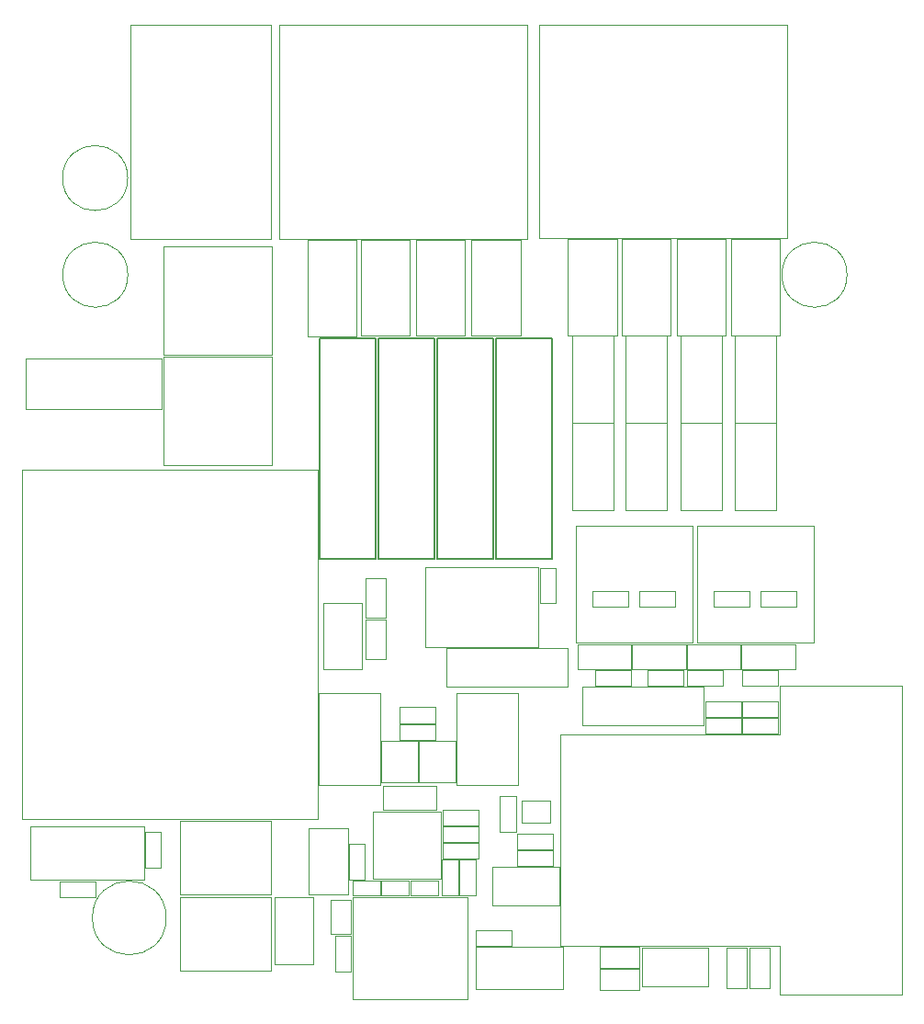
<source format=gbr>
G04 #@! TF.GenerationSoftware,KiCad,Pcbnew,(6.0.4)*
G04 #@! TF.CreationDate,2022-06-04T02:19:53+02:00*
G04 #@! TF.ProjectId,hamodule,68616d6f-6475-46c6-952e-6b696361645f,rev?*
G04 #@! TF.SameCoordinates,Original*
G04 #@! TF.FileFunction,Other,User*
%FSLAX46Y46*%
G04 Gerber Fmt 4.6, Leading zero omitted, Abs format (unit mm)*
G04 Created by KiCad (PCBNEW (6.0.4)) date 2022-06-04 02:19:53*
%MOMM*%
%LPD*%
G01*
G04 APERTURE LIST*
%ADD10C,0.050000*%
%ADD11C,0.150000*%
G04 APERTURE END LIST*
D10*
X180820500Y-90975500D02*
X180820500Y-82125500D01*
X185320500Y-90975500D02*
X180820500Y-90975500D01*
X180820500Y-82125500D02*
X185320500Y-82125500D01*
X185320500Y-82125500D02*
X185320500Y-90975500D01*
X190878900Y-90975500D02*
X190878900Y-82125500D01*
X195378900Y-90975500D02*
X190878900Y-90975500D01*
X190878900Y-82125500D02*
X195378900Y-82125500D01*
X195378900Y-82125500D02*
X195378900Y-90975500D01*
X151850000Y-91065000D02*
X151850000Y-82215000D01*
X156350000Y-91065000D02*
X151850000Y-91065000D01*
X151850000Y-82215000D02*
X156350000Y-82215000D01*
X156350000Y-82215000D02*
X156350000Y-91065000D01*
X185849700Y-90975500D02*
X185849700Y-82125500D01*
X190349700Y-90975500D02*
X185849700Y-90975500D01*
X185849700Y-82125500D02*
X190349700Y-82125500D01*
X190349700Y-82125500D02*
X190349700Y-90975500D01*
X161850000Y-91025000D02*
X161850000Y-82175000D01*
X166350000Y-91025000D02*
X161850000Y-91025000D01*
X161850000Y-82175000D02*
X166350000Y-82175000D01*
X166350000Y-82175000D02*
X166350000Y-91025000D01*
X175842100Y-90975500D02*
X175842100Y-82125500D01*
X180342100Y-90975500D02*
X175842100Y-90975500D01*
X175842100Y-82125500D02*
X180342100Y-82125500D01*
X180342100Y-82125500D02*
X180342100Y-90975500D01*
X166950000Y-91025000D02*
X166950000Y-82175000D01*
X171450000Y-91025000D02*
X166950000Y-91025000D01*
X166950000Y-82175000D02*
X171450000Y-82175000D01*
X171450000Y-82175000D02*
X171450000Y-91025000D01*
X156750000Y-91025000D02*
X156750000Y-82175000D01*
X161250000Y-91025000D02*
X156750000Y-91025000D01*
X156750000Y-82175000D02*
X161250000Y-82175000D01*
X161250000Y-82175000D02*
X161250000Y-91025000D01*
X152358500Y-148888700D02*
X152358500Y-142738700D01*
X152358500Y-142738700D02*
X148758500Y-142738700D01*
X148758500Y-142738700D02*
X148758500Y-148888700D01*
X148758500Y-148888700D02*
X152358500Y-148888700D01*
X181759574Y-121733120D02*
X181759574Y-119433120D01*
X186719574Y-119433120D02*
X186719574Y-121733120D01*
X186719574Y-121733120D02*
X181759574Y-121733120D01*
X181759574Y-119433120D02*
X186719574Y-119433120D01*
X180037500Y-99036100D02*
X176197500Y-99036100D01*
X180037500Y-91036100D02*
X180037500Y-99036100D01*
X176197500Y-91036100D02*
X180037500Y-91036100D01*
X176197500Y-99036100D02*
X176197500Y-91036100D01*
X184990500Y-91036100D02*
X184990500Y-99036100D01*
X184990500Y-99036100D02*
X181150500Y-99036100D01*
X181150500Y-99036100D02*
X181150500Y-91036100D01*
X181150500Y-91036100D02*
X184990500Y-91036100D01*
X125886500Y-93093500D02*
X125886500Y-97793500D01*
X125886500Y-93093500D02*
X138386500Y-93093500D01*
X125886500Y-97793500D02*
X138386500Y-97793500D01*
X138386500Y-93093500D02*
X138386500Y-97793500D01*
X181150500Y-107087900D02*
X181150500Y-99087900D01*
X184990500Y-107087900D02*
X181150500Y-107087900D01*
X181150500Y-99087900D02*
X184990500Y-99087900D01*
X184990500Y-99087900D02*
X184990500Y-107087900D01*
X176197500Y-99087900D02*
X180037500Y-99087900D01*
X180037500Y-99087900D02*
X180037500Y-107087900D01*
X180037500Y-107087900D02*
X176197500Y-107087900D01*
X176197500Y-107087900D02*
X176197500Y-99087900D01*
X159050000Y-113325000D02*
X159050000Y-117025000D01*
X157150000Y-117025000D02*
X157150000Y-113325000D01*
X157150000Y-113325000D02*
X159050000Y-113325000D01*
X159050000Y-117025000D02*
X157150000Y-117025000D01*
X157150000Y-120850000D02*
X157150000Y-117150000D01*
X159050000Y-120850000D02*
X157150000Y-120850000D01*
X157150000Y-117150000D02*
X159050000Y-117150000D01*
X159050000Y-117150000D02*
X159050000Y-120850000D01*
X148459300Y-142503500D02*
X148459300Y-135753500D01*
X140059300Y-135753500D02*
X140059300Y-142503500D01*
X140059300Y-142503500D02*
X148459300Y-142503500D01*
X148459300Y-135753500D02*
X140059300Y-135753500D01*
X156880500Y-121765500D02*
X156880500Y-115615500D01*
X156880500Y-115615500D02*
X153280500Y-115615500D01*
X153280500Y-115615500D02*
X153280500Y-121765500D01*
X153280500Y-121765500D02*
X156880500Y-121765500D01*
X128987500Y-142730000D02*
X128987500Y-141270000D01*
X128987500Y-141270000D02*
X132287500Y-141270000D01*
X132287500Y-141270000D02*
X132287500Y-142730000D01*
X132287500Y-142730000D02*
X128987500Y-142730000D01*
X136870000Y-139987500D02*
X136870000Y-136687500D01*
X138330000Y-136687500D02*
X138330000Y-139987500D01*
X138330000Y-139987500D02*
X136870000Y-139987500D01*
X136870000Y-136687500D02*
X138330000Y-136687500D01*
X173270000Y-112387500D02*
X174730000Y-112387500D01*
X173270000Y-115687500D02*
X173270000Y-112387500D01*
X174730000Y-112387500D02*
X174730000Y-115687500D01*
X174730000Y-115687500D02*
X173270000Y-115687500D01*
X152736100Y-103343500D02*
X152736100Y-135543500D01*
X125536100Y-103343500D02*
X152736100Y-103343500D01*
X125536100Y-135543500D02*
X125536100Y-103343500D01*
X152736100Y-135543500D02*
X125536100Y-135543500D01*
X136750000Y-141110000D02*
X136750000Y-136200000D01*
X126250000Y-136200000D02*
X126250000Y-141110000D01*
X126250000Y-141110000D02*
X136750000Y-141110000D01*
X136750000Y-136200000D02*
X126250000Y-136200000D01*
D11*
X158125000Y-111574999D02*
X158125000Y-91224999D01*
X152975000Y-91224999D02*
X152975000Y-91224999D01*
X152975000Y-111574999D02*
X158125000Y-111574999D01*
X158125000Y-91224999D02*
X152975000Y-91224999D01*
X152975000Y-91224999D02*
X152975000Y-111574999D01*
X158375000Y-91224999D02*
X158375000Y-111574999D01*
X158375000Y-111574999D02*
X163525000Y-111574999D01*
X158375000Y-91224999D02*
X158375000Y-91224999D01*
X163525000Y-91224999D02*
X158375000Y-91224999D01*
X163525000Y-111574999D02*
X163525000Y-91224999D01*
X169175000Y-111574999D02*
X174325000Y-111574999D01*
X174325000Y-91224999D02*
X169175000Y-91224999D01*
X169175000Y-91224999D02*
X169175000Y-91224999D01*
X174325000Y-111574999D02*
X174325000Y-91224999D01*
X169175000Y-91224999D02*
X169175000Y-111574999D01*
D10*
X172101902Y-82107500D02*
X172101902Y-62397100D01*
X149191102Y-62397100D02*
X149191102Y-82107500D01*
X172101902Y-62397100D02*
X149191102Y-62397100D01*
X149191102Y-82107500D02*
X172101902Y-82107500D01*
X148454102Y-82131099D02*
X148454102Y-62420699D01*
X135546102Y-62420699D02*
X135546102Y-82131099D01*
X135546102Y-82131099D02*
X148454102Y-82131099D01*
X148454102Y-62420699D02*
X135546102Y-62420699D01*
X196061902Y-82067499D02*
X196061902Y-62357099D01*
X196061902Y-62357099D02*
X173151102Y-62357099D01*
X173151102Y-82067499D02*
X196061902Y-82067499D01*
X173151102Y-62357099D02*
X173151102Y-82067499D01*
X138536500Y-92823500D02*
X138536500Y-82823500D01*
X148536500Y-82823500D02*
X148536500Y-92823500D01*
X138536500Y-92823500D02*
X148536500Y-92823500D01*
X148536500Y-82823500D02*
X138536500Y-82823500D01*
X201564500Y-85407500D02*
G75*
G03*
X201564500Y-85407500I-3000000J0D01*
G01*
X135270500Y-85407500D02*
G75*
G03*
X135270500Y-85407500I-3000000J0D01*
G01*
D11*
X163775000Y-91224999D02*
X163775000Y-111574999D01*
X163775000Y-111574999D02*
X168925000Y-111574999D01*
X163775000Y-91224999D02*
X163775000Y-91224999D01*
X168925000Y-91224999D02*
X163775000Y-91224999D01*
X168925000Y-111574999D02*
X168925000Y-91224999D01*
D10*
X135256500Y-76503500D02*
G75*
G03*
X135256500Y-76503500I-3000000J0D01*
G01*
X162700000Y-119737500D02*
X173100000Y-119737500D01*
X173100000Y-112337500D02*
X162700000Y-112337500D01*
X162700000Y-112337500D02*
X162700000Y-119737500D01*
X173100000Y-119737500D02*
X173100000Y-112337500D01*
X183211174Y-123294320D02*
X183211174Y-121834320D01*
X186511174Y-123294320D02*
X183211174Y-123294320D01*
X186511174Y-121834320D02*
X186511174Y-123294320D01*
X183211174Y-121834320D02*
X186511174Y-121834320D01*
X190092574Y-121834320D02*
X190092574Y-123294320D01*
X190092574Y-123294320D02*
X186792574Y-123294320D01*
X186792574Y-123294320D02*
X186792574Y-121834320D01*
X186792574Y-121834320D02*
X190092574Y-121834320D01*
X191736474Y-121733120D02*
X186776474Y-121733120D01*
X191736474Y-119433120D02*
X191736474Y-121733120D01*
X186776474Y-119433120D02*
X191736474Y-119433120D01*
X186776474Y-121733120D02*
X186776474Y-119433120D01*
X196804174Y-121733120D02*
X191844174Y-121733120D01*
X191844174Y-119433120D02*
X196804174Y-119433120D01*
X191844174Y-121733120D02*
X191844174Y-119433120D01*
X196804174Y-119433120D02*
X196804174Y-121733120D01*
X191208900Y-107087900D02*
X191208900Y-99087900D01*
X195048900Y-99087900D02*
X195048900Y-107087900D01*
X191208900Y-99087900D02*
X195048900Y-99087900D01*
X195048900Y-107087900D02*
X191208900Y-107087900D01*
X190019700Y-99036100D02*
X186179700Y-99036100D01*
X186179700Y-91036100D02*
X190019700Y-91036100D01*
X190019700Y-91036100D02*
X190019700Y-99036100D01*
X186179700Y-99036100D02*
X186179700Y-91036100D01*
X195048900Y-99036100D02*
X191208900Y-99036100D01*
X191208900Y-91036100D02*
X195048900Y-91036100D01*
X191208900Y-99036100D02*
X191208900Y-91036100D01*
X195048900Y-91036100D02*
X195048900Y-99036100D01*
X176551274Y-108568320D02*
X176551274Y-119268320D01*
X176551274Y-119268320D02*
X187351274Y-119268320D01*
X187351274Y-108568320D02*
X176551274Y-108568320D01*
X187351274Y-119268320D02*
X187351274Y-108568320D01*
X198527274Y-119268320D02*
X198527274Y-108568320D01*
X187727274Y-108568320D02*
X187727274Y-119268320D01*
X198527274Y-108568320D02*
X187727274Y-108568320D01*
X187727274Y-119268320D02*
X198527274Y-119268320D01*
X186179700Y-99087900D02*
X190019700Y-99087900D01*
X186179700Y-107087900D02*
X186179700Y-99087900D01*
X190019700Y-99087900D02*
X190019700Y-107087900D01*
X190019700Y-107087900D02*
X186179700Y-107087900D01*
X178361974Y-123294320D02*
X178361974Y-121834320D01*
X178361974Y-121834320D02*
X181661974Y-121834320D01*
X181661974Y-123294320D02*
X178361974Y-123294320D01*
X181661974Y-121834320D02*
X181661974Y-123294320D01*
X195172574Y-121834320D02*
X195172574Y-123294320D01*
X195172574Y-123294320D02*
X191872574Y-123294320D01*
X191872574Y-123294320D02*
X191872574Y-121834320D01*
X191872574Y-121834320D02*
X195172574Y-121834320D01*
X191818500Y-126142500D02*
X188518500Y-126142500D01*
X191818500Y-124682500D02*
X191818500Y-126142500D01*
X188518500Y-124682500D02*
X191818500Y-124682500D01*
X188518500Y-126142500D02*
X188518500Y-124682500D01*
X191871500Y-126142500D02*
X191871500Y-124682500D01*
X195171500Y-126142500D02*
X191871500Y-126142500D01*
X191871500Y-124682500D02*
X195171500Y-124682500D01*
X195171500Y-124682500D02*
X195171500Y-126142500D01*
X188506000Y-127666500D02*
X188506000Y-126206500D01*
X191806000Y-127666500D02*
X188506000Y-127666500D01*
X191806000Y-126206500D02*
X191806000Y-127666500D01*
X188506000Y-126206500D02*
X191806000Y-126206500D01*
X162096500Y-128316000D02*
X162096500Y-132156000D01*
X165496500Y-132156000D02*
X165496500Y-128316000D01*
X162096500Y-132156000D02*
X165496500Y-132156000D01*
X165496500Y-128316000D02*
X162096500Y-128316000D01*
X163634000Y-128243500D02*
X160334000Y-128243500D01*
X160334000Y-126783500D02*
X163634000Y-126783500D01*
X163634000Y-126783500D02*
X163634000Y-128243500D01*
X160334000Y-128243500D02*
X160334000Y-126783500D01*
X163634000Y-126713500D02*
X160334000Y-126713500D01*
X160334000Y-126713500D02*
X160334000Y-125253500D01*
X160334000Y-125253500D02*
X163634000Y-125253500D01*
X163634000Y-125253500D02*
X163634000Y-126713500D01*
X158533000Y-142600900D02*
X156033000Y-142600900D01*
X158533000Y-141200900D02*
X158533000Y-142600900D01*
X156033000Y-141200900D02*
X158533000Y-141200900D01*
X156033000Y-142600900D02*
X156033000Y-141200900D01*
X148459300Y-142730100D02*
X140059300Y-142730100D01*
X148459300Y-149480100D02*
X148459300Y-142730100D01*
X140059300Y-149480100D02*
X148459300Y-149480100D01*
X140059300Y-142730100D02*
X140059300Y-149480100D01*
X165566500Y-123950000D02*
X165566500Y-132450000D01*
X171266500Y-132450000D02*
X171266500Y-123950000D01*
X165566500Y-132450000D02*
X171266500Y-132450000D01*
X171266500Y-123950000D02*
X165566500Y-123950000D01*
X152850000Y-132450000D02*
X158550000Y-132450000D01*
X158550000Y-132450000D02*
X158550000Y-123950000D01*
X152850000Y-123950000D02*
X152850000Y-132450000D01*
X158550000Y-123950000D02*
X152850000Y-123950000D01*
X165704900Y-142590800D02*
X164244900Y-142590800D01*
X164244900Y-142590800D02*
X164244900Y-139290800D01*
X165704900Y-139290800D02*
X165704900Y-142590800D01*
X164244900Y-139290800D02*
X165704900Y-139290800D01*
X167628000Y-136140900D02*
X164328000Y-136140900D01*
X164328000Y-134680900D02*
X167628000Y-134680900D01*
X167628000Y-134680900D02*
X167628000Y-136140900D01*
X164328000Y-136140900D02*
X164328000Y-134680900D01*
X167628000Y-137728900D02*
X167628000Y-139188900D01*
X164328000Y-139188900D02*
X164328000Y-137728900D01*
X167628000Y-139188900D02*
X164328000Y-139188900D01*
X164328000Y-137728900D02*
X167628000Y-137728900D01*
X164328000Y-136204900D02*
X167628000Y-136204900D01*
X167628000Y-136204900D02*
X167628000Y-137664900D01*
X164328000Y-137664900D02*
X164328000Y-136204900D01*
X167628000Y-137664900D02*
X164328000Y-137664900D01*
X165844900Y-139297300D02*
X167304900Y-139297300D01*
X165844900Y-142597300D02*
X165844900Y-139297300D01*
X167304900Y-139297300D02*
X167304900Y-142597300D01*
X167304900Y-142597300D02*
X165844900Y-142597300D01*
X155676500Y-137815500D02*
X157136500Y-137815500D01*
X157136500Y-137815500D02*
X157136500Y-141115500D01*
X155676500Y-141115500D02*
X155676500Y-137815500D01*
X157136500Y-141115500D02*
X155676500Y-141115500D01*
X155826500Y-142964100D02*
X155826500Y-146164100D01*
X155826500Y-142964100D02*
X153926500Y-142964100D01*
X155826500Y-146164100D02*
X153926500Y-146164100D01*
X153926500Y-142964100D02*
X153926500Y-146164100D01*
X161133000Y-142600900D02*
X158633000Y-142600900D01*
X158633000Y-142600900D02*
X158633000Y-141200900D01*
X158633000Y-141200900D02*
X161133000Y-141200900D01*
X161133000Y-141200900D02*
X161133000Y-142600900D01*
X161343000Y-141200900D02*
X163843000Y-141200900D01*
X163843000Y-142600900D02*
X161343000Y-142600900D01*
X161343000Y-142600900D02*
X161343000Y-141200900D01*
X163843000Y-141200900D02*
X163843000Y-142600900D01*
X195330500Y-147236500D02*
X175110500Y-147236500D01*
X206610500Y-123236500D02*
X195330500Y-123236500D01*
X206610500Y-151736500D02*
X195330500Y-151736500D01*
X175110500Y-127736500D02*
X195330500Y-127736500D01*
X195330500Y-123236500D02*
X195330500Y-127736500D01*
X195330500Y-147236500D02*
X195330500Y-151736500D01*
X175110500Y-127736500D02*
X175110500Y-147236500D01*
X206610500Y-123236500D02*
X206610500Y-151736500D01*
X158636500Y-132166000D02*
X162036500Y-132166000D01*
X162036500Y-132166000D02*
X162036500Y-128326000D01*
X162036500Y-128326000D02*
X158636500Y-128326000D01*
X158636500Y-128326000D02*
X158636500Y-132166000D01*
X177155700Y-126882300D02*
X177155700Y-123332300D01*
X188355700Y-123332300D02*
X188355700Y-126882300D01*
X177155700Y-123332300D02*
X188355700Y-123332300D01*
X188355700Y-126882300D02*
X177155700Y-126882300D01*
X188792100Y-147361500D02*
X182642100Y-147361500D01*
X182642100Y-150961500D02*
X188792100Y-150961500D01*
X188792100Y-150961500D02*
X188792100Y-147361500D01*
X182642100Y-147361500D02*
X182642100Y-150961500D01*
X163679000Y-132455500D02*
X163679000Y-134695500D01*
X158779000Y-132455500D02*
X163679000Y-132455500D01*
X163679000Y-134695500D02*
X158779000Y-134695500D01*
X158779000Y-134695500D02*
X158779000Y-132455500D01*
X182428000Y-151254500D02*
X178728000Y-151254500D01*
X182428000Y-149354500D02*
X182428000Y-151254500D01*
X178728000Y-149354500D02*
X182428000Y-149354500D01*
X178728000Y-151254500D02*
X178728000Y-149354500D01*
X182428000Y-149222500D02*
X178728000Y-149222500D01*
X178728000Y-149222500D02*
X178728000Y-147322500D01*
X178728000Y-147322500D02*
X182428000Y-147322500D01*
X182428000Y-147322500D02*
X182428000Y-149222500D01*
X157883000Y-141040900D02*
X164083000Y-141040900D01*
X164083000Y-134840900D02*
X157883000Y-134840900D01*
X164083000Y-141040900D02*
X164083000Y-134840900D01*
X157883000Y-134840900D02*
X157883000Y-141040900D01*
X195161000Y-127666500D02*
X191861000Y-127666500D01*
X191861000Y-127666500D02*
X191861000Y-126206500D01*
X195161000Y-126206500D02*
X195161000Y-127666500D01*
X191861000Y-126206500D02*
X195161000Y-126206500D01*
X176704974Y-119433120D02*
X181664974Y-119433120D01*
X181664974Y-121733120D02*
X176704974Y-121733120D01*
X176704974Y-121733120D02*
X176704974Y-119433120D01*
X181664974Y-119433120D02*
X181664974Y-121733120D01*
X151933500Y-142508300D02*
X155533500Y-142508300D01*
X155533500Y-142508300D02*
X155533500Y-136358300D01*
X151933500Y-136358300D02*
X151933500Y-142508300D01*
X155533500Y-136358300D02*
X151933500Y-136358300D01*
X171026500Y-136698600D02*
X169566500Y-136698600D01*
X169566500Y-136698600D02*
X169566500Y-133398600D01*
X171026500Y-133398600D02*
X171026500Y-136698600D01*
X169566500Y-133398600D02*
X171026500Y-133398600D01*
X167359000Y-145783500D02*
X170659000Y-145783500D01*
X167359000Y-147243500D02*
X167359000Y-145783500D01*
X170659000Y-147243500D02*
X167359000Y-147243500D01*
X170659000Y-145783500D02*
X170659000Y-147243500D01*
X189255574Y-116004520D02*
X189255574Y-114544520D01*
X192555574Y-114544520D02*
X192555574Y-116004520D01*
X189255574Y-114544520D02*
X192555574Y-114544520D01*
X192555574Y-116004520D02*
X189255574Y-116004520D01*
X181383374Y-114544520D02*
X181383374Y-116004520D01*
X178083374Y-116004520D02*
X178083374Y-114544520D01*
X178083374Y-114544520D02*
X181383374Y-114544520D01*
X181383374Y-116004520D02*
X178083374Y-116004520D01*
X168900700Y-143519300D02*
X175050700Y-143519300D01*
X175050700Y-143519300D02*
X175050700Y-139919300D01*
X175050700Y-139919300D02*
X168900700Y-139919300D01*
X168900700Y-139919300D02*
X168900700Y-143519300D01*
X194434500Y-147392500D02*
X194434500Y-151092500D01*
X192534500Y-147392500D02*
X194434500Y-147392500D01*
X194434500Y-151092500D02*
X192534500Y-151092500D01*
X192534500Y-151092500D02*
X192534500Y-147392500D01*
X155953000Y-152150900D02*
X166593000Y-152150900D01*
X155953000Y-142730900D02*
X155953000Y-152150900D01*
X166593000Y-142730900D02*
X166593000Y-152150900D01*
X155953000Y-142730900D02*
X166593000Y-142730900D01*
X193624374Y-116004520D02*
X193624374Y-114544520D01*
X193624374Y-114544520D02*
X196924374Y-114544520D01*
X196924374Y-114544520D02*
X196924374Y-116004520D01*
X196924374Y-116004520D02*
X193624374Y-116004520D01*
X138536500Y-102953500D02*
X148536500Y-102953500D01*
X148536500Y-92953500D02*
X148536500Y-102953500D01*
X148536500Y-92953500D02*
X138536500Y-92953500D01*
X138536500Y-102953500D02*
X138536500Y-92953500D01*
X175376500Y-147323500D02*
X175376500Y-151163500D01*
X167376500Y-151163500D02*
X167376500Y-147323500D01*
X175376500Y-151163500D02*
X167376500Y-151163500D01*
X167376500Y-147323500D02*
X175376500Y-147323500D01*
X171579200Y-133855500D02*
X171579200Y-135855500D01*
X174220800Y-133855500D02*
X171579200Y-133855500D01*
X171579200Y-135855500D02*
X174220800Y-135855500D01*
X174220800Y-135855500D02*
X174220800Y-133855500D01*
X174431600Y-136874500D02*
X174431600Y-138334500D01*
X171131600Y-138334500D02*
X171131600Y-136874500D01*
X174431600Y-138334500D02*
X171131600Y-138334500D01*
X171131600Y-136874500D02*
X174431600Y-136874500D01*
X138800000Y-144650000D02*
G75*
G03*
X138800000Y-144650000I-3400000J0D01*
G01*
X182452174Y-114544520D02*
X185752174Y-114544520D01*
X182452174Y-116004520D02*
X182452174Y-114544520D01*
X185752174Y-116004520D02*
X182452174Y-116004520D01*
X185752174Y-114544520D02*
X185752174Y-116004520D01*
X174431600Y-138398500D02*
X174431600Y-139858500D01*
X174431600Y-139858500D02*
X171131600Y-139858500D01*
X171131600Y-138398500D02*
X174431600Y-138398500D01*
X171131600Y-139858500D02*
X171131600Y-138398500D01*
X190457500Y-147392500D02*
X192357500Y-147392500D01*
X190457500Y-151092500D02*
X190457500Y-147392500D01*
X192357500Y-147392500D02*
X192357500Y-151092500D01*
X192357500Y-151092500D02*
X190457500Y-151092500D01*
X154356500Y-146276000D02*
X155816500Y-146276000D01*
X154356500Y-149576000D02*
X154356500Y-146276000D01*
X155816500Y-146276000D02*
X155816500Y-149576000D01*
X155816500Y-149576000D02*
X154356500Y-149576000D01*
X175800000Y-119800000D02*
X175800000Y-123350000D01*
X175800000Y-123350000D02*
X164600000Y-123350000D01*
X164600000Y-123350000D02*
X164600000Y-119800000D01*
X164600000Y-119800000D02*
X175800000Y-119800000D01*
M02*

</source>
